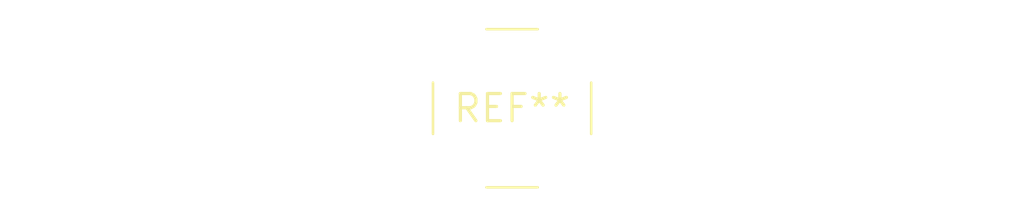
<source format=kicad_pcb>
(kicad_pcb (version 20240108) (generator pcbnew)
  (layers (0 "F.Cu" signal) (31 "B.Cu" signal) (34 "B.Paste" user) (35 "F.Paste" user) (36 "B.SilkS" user "B.Silkscreen") (37 "F.SilkS" user "F.Silkscreen") (38 "B.Mask" user) (39 "F.Mask" user) (44 "Edge.Cuts" user))
  (net 0 "")
  (footprint "Wuerth_REDCUBE-THR_WP-THRSH_74651173_THR" (layer "F.Cu") (at 0 0)
    (property "Reference" "REF**")
    (property "Value" "Wuerth_REDCUBE-THR_WP-THRSH_74651173_THR")
    (fp_line (start -3.7 1.2) (end -3.7 -1.2) (layer "F.SilkS") (stroke (width 0.12)))
    (fp_line (start -1.2 -3.7) (end 1.2 -3.7) (layer "F.SilkS") (stroke (width 0.12)))
    (fp_line (start 1.2 3.7) (end -1.2 3.7) (layer "F.SilkS") (stroke (width 0.12)))
    (fp_line (start 3.7 -1.2) (end 3.7 1.2) (layer "F.SilkS") (stroke (width 0.12)))
    (pad "1" thru_hole circle (at -2.935 -2.935) (size 3.2 3.2) (drill 1.85) (layers *.Cu *.Mask) (remove_unused_layers))
    (pad "1" thru_hole circle (at -2.935 2.935) (size 3.2 3.2) (drill 1.85) (layers *.Cu *.Mask) (remove_unused_layers))
    (pad "1" thru_hole circle (at 2.935 -2.935) (size 3.2 3.2) (drill 1.85) (layers *.Cu *.Mask) (remove_unused_layers))
    (pad "1" thru_hole circle (at 2.935 2.935) (size 3.2 3.2) (drill 1.85) (layers *.Cu *.Mask) (remove_unused_layers))
  )
)
</source>
